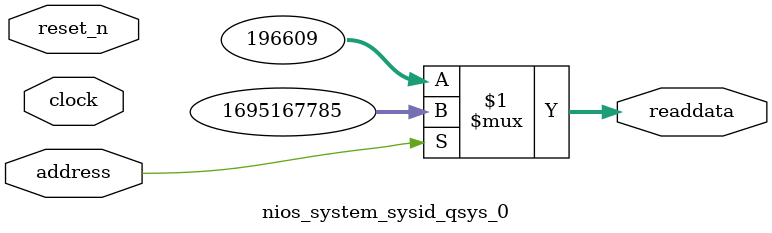
<source format=v>



// synthesis translate_off
`timescale 1ns / 1ps
// synthesis translate_on

// turn off superfluous verilog processor warnings 
// altera message_level Level1 
// altera message_off 10034 10035 10036 10037 10230 10240 10030 

module nios_system_sysid_qsys_0 (
               // inputs:
                address,
                clock,
                reset_n,

               // outputs:
                readdata
             )
;

  output  [ 31: 0] readdata;
  input            address;
  input            clock;
  input            reset_n;

  wire    [ 31: 0] readdata;
  //control_slave, which is an e_avalon_slave
  assign readdata = address ? 1695167785 : 196609;

endmodule



</source>
